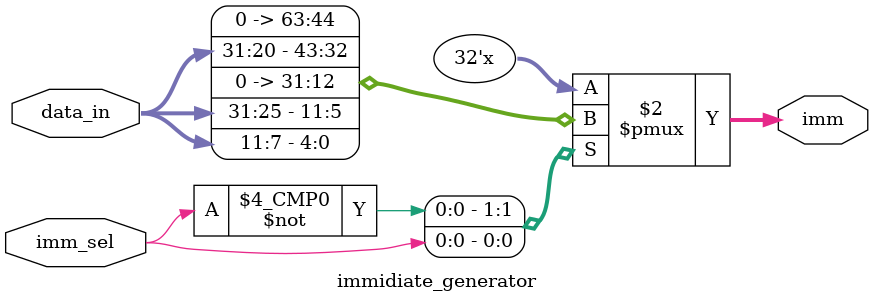
<source format=v>
module immidiate_generator(data_in,imm,imm_sel); 

input wire [31:0]data_in;
output reg [31:0]imm;
input wire imm_sel;

always@(*) begin

case (imm_sel)
    1'b0  :  begin
    imm ={19'b0, data_in[31:20]};
end
    1'b1 : begin
    imm= {19'b0,data_in[31:25],data_in[11:7]}; 
end
endcase
end
endmodule
</source>
